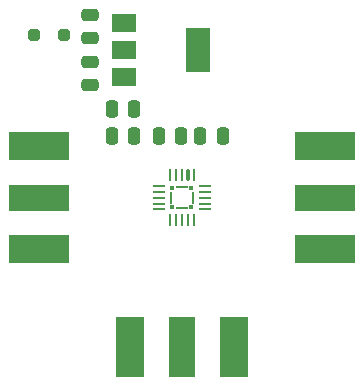
<source format=gbr>
%TF.GenerationSoftware,KiCad,Pcbnew,7.0.5-1.fc38*%
%TF.CreationDate,2023-06-22T15:58:46+02:00*%
%TF.ProjectId,tr_switch,74725f73-7769-4746-9368-2e6b69636164,1*%
%TF.SameCoordinates,Original*%
%TF.FileFunction,Paste,Top*%
%TF.FilePolarity,Positive*%
%FSLAX46Y46*%
G04 Gerber Fmt 4.6, Leading zero omitted, Abs format (unit mm)*
G04 Created by KiCad (PCBNEW 7.0.5-1.fc38) date 2023-06-22 15:58:46*
%MOMM*%
%LPD*%
G01*
G04 APERTURE LIST*
G04 Aperture macros list*
%AMRoundRect*
0 Rectangle with rounded corners*
0 $1 Rounding radius*
0 $2 $3 $4 $5 $6 $7 $8 $9 X,Y pos of 4 corners*
0 Add a 4 corners polygon primitive as box body*
4,1,4,$2,$3,$4,$5,$6,$7,$8,$9,$2,$3,0*
0 Add four circle primitives for the rounded corners*
1,1,$1+$1,$2,$3*
1,1,$1+$1,$4,$5*
1,1,$1+$1,$6,$7*
1,1,$1+$1,$8,$9*
0 Add four rect primitives between the rounded corners*
20,1,$1+$1,$2,$3,$4,$5,0*
20,1,$1+$1,$4,$5,$6,$7,0*
20,1,$1+$1,$6,$7,$8,$9,0*
20,1,$1+$1,$8,$9,$2,$3,0*%
G04 Aperture macros list end*
%ADD10RoundRect,0.043750X0.043750X-0.456250X0.043750X0.456250X-0.043750X0.456250X-0.043750X-0.456250X0*%
%ADD11RoundRect,0.100000X-0.100000X-0.100000X0.100000X-0.100000X0.100000X0.100000X-0.100000X0.100000X0*%
%ADD12RoundRect,0.043750X-0.456250X-0.043750X0.456250X-0.043750X0.456250X0.043750X-0.456250X0.043750X0*%
%ADD13RoundRect,0.062500X-0.412500X-0.062500X0.412500X-0.062500X0.412500X0.062500X-0.412500X0.062500X0*%
%ADD14RoundRect,0.062500X-0.062500X-0.412500X0.062500X-0.412500X0.062500X0.412500X-0.062500X0.412500X0*%
%ADD15RoundRect,0.063750X-0.063750X-0.411250X0.063750X-0.411250X0.063750X0.411250X-0.063750X0.411250X0*%
%ADD16R,5.080000X2.290000*%
%ADD17R,5.080000X2.420000*%
%ADD18RoundRect,0.250000X0.250000X0.475000X-0.250000X0.475000X-0.250000X-0.475000X0.250000X-0.475000X0*%
%ADD19RoundRect,0.250000X-0.250000X-0.475000X0.250000X-0.475000X0.250000X0.475000X-0.250000X0.475000X0*%
%ADD20RoundRect,0.250000X0.250000X0.250000X-0.250000X0.250000X-0.250000X-0.250000X0.250000X-0.250000X0*%
%ADD21R,2.000000X1.500000*%
%ADD22R,2.000000X3.800000*%
%ADD23RoundRect,0.250000X0.475000X-0.250000X0.475000X0.250000X-0.475000X0.250000X-0.475000X-0.250000X0*%
%ADD24RoundRect,0.250000X-0.475000X0.250000X-0.475000X-0.250000X0.475000X-0.250000X0.475000X0.250000X0*%
%ADD25R,2.420000X5.080000*%
%ADD26R,2.290000X5.080000*%
G04 APERTURE END LIST*
D10*
%TO.C,U2*%
X14100000Y-21500000D03*
D11*
X14200000Y-20700000D03*
X14200000Y-22300000D03*
D12*
X15000000Y-20587500D03*
X15000000Y-22400000D03*
D11*
X15800000Y-20700000D03*
X15800000Y-22300000D03*
D10*
X15900000Y-21500000D03*
D13*
X13065000Y-20500000D03*
X13065000Y-21000000D03*
X13065000Y-21500000D03*
X13065000Y-22000000D03*
X13065000Y-22500000D03*
D14*
X14000000Y-23435000D03*
X14500000Y-23435000D03*
X15000000Y-23435000D03*
X15500000Y-23435000D03*
X16000000Y-23435000D03*
D13*
X16935000Y-22500000D03*
X16935000Y-22000000D03*
X16935000Y-21500000D03*
X16935000Y-21000000D03*
X16935000Y-20500000D03*
D14*
X16000000Y-19565000D03*
D15*
X15500000Y-19565000D03*
D14*
X15000000Y-19565000D03*
X14500000Y-19565000D03*
X14000000Y-19565000D03*
%TD*%
D16*
%TO.C,J1*%
X2870000Y-21500000D03*
D17*
X2870000Y-17120000D03*
X2870000Y-25880000D03*
%TD*%
D18*
%TO.C,C3*%
X9050000Y-14000000D03*
X10950000Y-14000000D03*
%TD*%
D19*
%TO.C,C4*%
X13050000Y-16250000D03*
X14950000Y-16250000D03*
%TD*%
D20*
%TO.C,D1*%
X5000000Y-7750000D03*
X2500000Y-7750000D03*
%TD*%
D18*
%TO.C,C5*%
X18450000Y-16250000D03*
X16550000Y-16250000D03*
%TD*%
D21*
%TO.C,U1*%
X10100000Y-6700000D03*
X10100000Y-9000000D03*
D22*
X16400000Y-9000000D03*
D21*
X10100000Y-11300000D03*
%TD*%
D23*
%TO.C,C2*%
X7250000Y-11950000D03*
X7250000Y-10050000D03*
%TD*%
D17*
%TO.C,J2*%
X27130000Y-17120000D03*
X27130000Y-25880000D03*
D16*
X27130000Y-21500000D03*
%TD*%
D24*
%TO.C,C1*%
X7250000Y-6050000D03*
X7250000Y-7950000D03*
%TD*%
D18*
%TO.C,C8*%
X10950000Y-16250000D03*
X9050000Y-16250000D03*
%TD*%
D25*
%TO.C,J3*%
X19380000Y-34130000D03*
X10620000Y-34130000D03*
D26*
X15000000Y-34130000D03*
%TD*%
M02*

</source>
